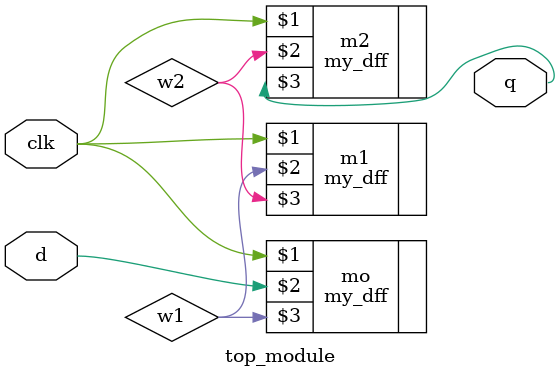
<source format=v>
module top_module ( input clk, input d, output q ); 
    wire w1,w2;
    
    my_dff mo(clk,d,w1);
    my_dff m1(clk,w1,w2);
    my_dff m2(clk,w2,q);

endmodule

</source>
